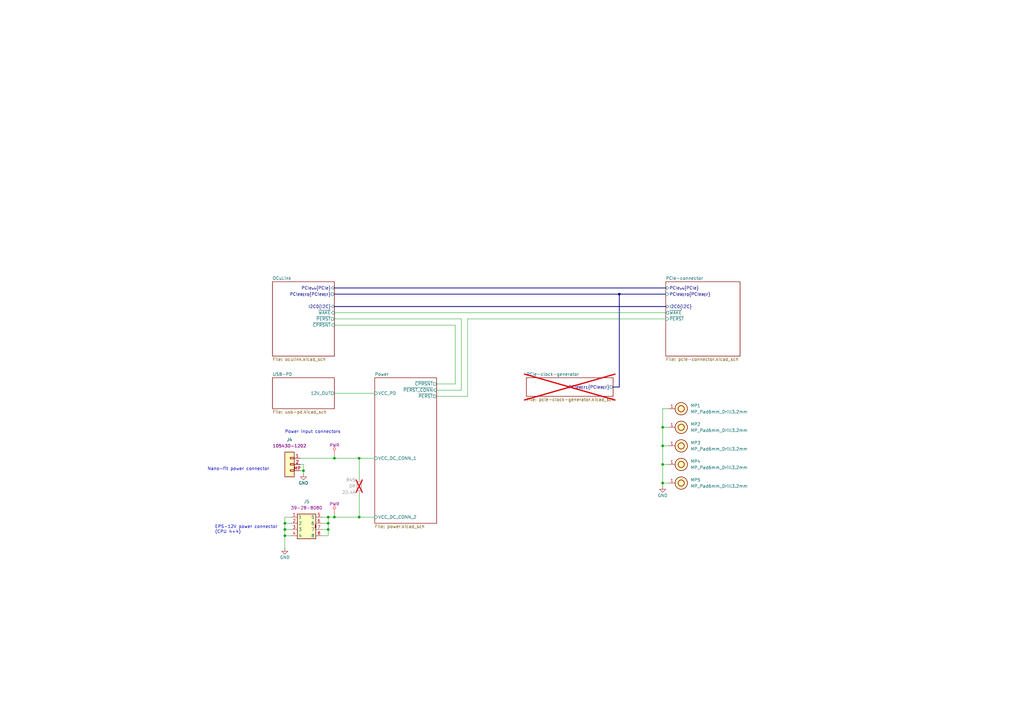
<source format=kicad_sch>
(kicad_sch (version 20250114) (generator "eeschema") (generator_version "9.0")
  (paper "A3")
  (title_block (title "OCuLink to PCIe adapter") (date "2025-06-18") (rev "1.0.0") (company "Antmicro Ltd") (comment 1 "www.antmicro.com"))
  (lib_symbols
    (symbol "antmicroMechanicalParts:MP_Pad6mm_Drill3.2mm" (pin_names (hide yes)) (in_bom no)
      (property "Reference" "MP" (at 20.32 -2.54 0))
      (property "Value" "MP_Pad6mm_Drill3.2mm" (at 20.32 -5.08 0))
      (symbol "MP_Pad6mm_Drill3.2mm_1_1"
        (circle (center 5.08 0) (radius 1.27) (stroke (width 0.254)) (fill (type background)))
        (circle (center 5.08 0) (radius 2.54) (stroke (width 0.254)) (fill (type background)))
        (pin passive line (at 0 0 0) (length 2.54) (name "~") (number "1"))
      )
    )
    (symbol "antmicroResistors0603:R_0R_22.4A_0603" (pin_numbers (hide yes)) (pin_names (hide yes))
      (property "Reference" "R" (at 15.24 -2.54 0))
      (property "Value" "R_0R_22.4A_0603" (at 15.24 -5.08 0))
      (property "Val" "0R" (at 15.24 -7.62 0))
      (property "Max. Curr." "22.4A" (at 15.24 -20.32 0))
      (symbol "R_0R_22.4A_0603_0_1"
        (rectangle (start 0.635 0.889) (end 4.445 -0.889) (stroke (width 0.254)))
      )
      (symbol "R_0R_22.4A_0603_1_1"
        (pin passive line (at 0 0 0) (length 0.635) (name "~") (number "1"))
        (pin passive line (at 5.08 0 180) (length 0.635) (name "~") (number "2"))
      )
    )
    (symbol "antmicroWire2BoardConnectors:Molex_Mini-Fit-Jr_2x4_39-28-8080"
      (property "Reference" "J" (at 26.67 -3.81 0))
      (property "MPN" "39-28-8080" (at 26.67 -6.35 0))
      (symbol "Molex_Mini-Fit-Jr_2x4_39-28-8080_1_1"
        (rectangle (start 2.54 1.27) (end 10.16 -8.89) (stroke (width 0.254)) (fill (type background)))
        (rectangle (start 2.54 -3.175) (end 2.794 -4.445) (stroke (width 0.254)) (fill (type background)))
        (pin passive line (at 0 0 0) (length 2.54) (name "5") (number "5"))
        (pin passive line (at 0 -2.54 0) (length 2.54) (name "6") (number "6"))
        (pin passive line (at 0 -5.08 0) (length 2.54) (name "7") (number "7"))
        (pin passive line (at 0 -7.62 0) (length 2.54) (name "8") (number "8"))
        (pin passive line (at 12.7 0 180) (length 2.54) (name "1") (number "1"))
        (pin passive line (at 12.7 -2.54 180) (length 2.54) (name "2") (number "2"))
        (pin passive line (at 12.7 -5.08 180) (length 2.54) (name "3") (number "3"))
        (pin passive line (at 12.7 -7.62 180) (length 2.54) (name "4") (number "4"))
      )
    )
    (symbol "antmicroWire2BoardConnectors:Molex_Nano-Fit_1x2_SMD_1054301202"
      (property "Reference" "J" (at 26.67 -2.54 0))
      (property "MPN" "105430-1202" (at 26.67 -5.08 0))
      (symbol "Molex_Nano-Fit_1x2_SMD_1054301202_1_1"
        (rectangle (start 2.54 2.54) (end 6.35 -7.62) (stroke (width 0.254)) (fill (type background)))
        (rectangle (start 2.54 -0.254) (end 4.1402 0.381) (stroke (width 0.254)) (fill (type background)))
        (rectangle (start 2.54 -2.794) (end 4.1402 -2.159) (stroke (width 0.254)) (fill (type background)))
        (rectangle (start 2.54 -5.334) (end 4.1402 -4.699) (stroke (width 0.254)) (fill (type background)))
        (pin passive line (at 0 0 0) (length 2.54) (name "~") (number "1"))
        (pin passive line (at 0 -2.54 0) (length 2.54) (name "~") (number "2"))
        (pin passive line (at 0 -5.08 0) (length 2.54) (name "~") (number "MP"))
      )
    )
    (symbol "antmicropower:GND" (power) (pin_numbers (hide yes)) (pin_names (hide yes))
      (property "Value" "GND" (at 8.89 -5.08 0))
      (symbol "GND_1_1"
        (polyline (pts (xy 0 0) (xy 0 -1.27) (xy 1.27 -1.27) (xy 0 -2.54) (xy -1.27 -1.27) (xy 0 -1.27)))
        (pin power_in line (at 0 0 270) (length 0) (name "GND") (number "1"))
      )
    )
  )
  (text "Power input connectors" (at 128.27 177.165 0) (effects (font (size 1.27 1.27))))
  (text "EPS-12V power connector\n(CPU 4+4)" (at 88.138 217.17 0) (effects (font (size 1.27 1.27)) (justify left)))
  (text "Nano-fit power connector" (at 110.49 192.405 0) (effects (font (size 1.27 1.27)) (justify right)))
  (junction (at 271.78 182.88))
  (junction (at 271.78 190.5))
  (junction (at 116.84 217.17))
  (junction (at 147.32 212.09))
  (junction (at 116.84 219.71))
  (junction (at 137.16 187.96))
  (junction (at 147.32 187.96))
  (junction (at 116.84 214.63))
  (junction (at 271.78 198.12))
  (junction (at 124.46 193.04))
  (junction (at 134.62 214.63))
  (junction (at 134.62 217.17))
  (junction (at 271.78 175.26))
  (junction (at 254 120.65))
  (junction (at 134.62 212.09))
  (junction (at 137.16 212.09))
  (wire (pts (xy 116.84 212.09) (xy 119.38 212.09)))
  (wire (pts (xy 132.08 214.63) (xy 134.62 214.63)))
  (wire (pts (xy 116.84 219.71) (xy 119.38 219.71)))
  (wire (pts (xy 132.08 212.09) (xy 134.62 212.09)))
  (wire (pts (xy 271.78 175.26) (xy 274.32 175.26)))
  (wire (pts (xy 186.69 133.35) (xy 137.16 133.35)))
  (wire (pts (xy 147.32 187.96) (xy 153.67 187.96)))
  (wire (pts (xy 147.32 187.96) (xy 147.32 196.85)))
  (bus (pts (xy 254 120.65) (xy 273.05 120.65)))
  (wire (pts (xy 137.16 130.81) (xy 189.23 130.81)))
  (wire (pts (xy 137.16 210.82) (xy 137.16 212.09)))
  (wire (pts (xy 271.78 198.12) (xy 271.78 199.39)))
  (wire (pts (xy 134.62 214.63) (xy 134.62 217.17)))
  (wire (pts (xy 179.07 162.56) (xy 191.77 162.56)))
  (wire (pts (xy 271.78 198.12) (xy 274.32 198.12)))
  (wire (pts (xy 123.19 193.04) (xy 124.46 193.04)))
  (wire (pts (xy 134.62 217.17) (xy 134.62 219.71)))
  (wire (pts (xy 124.46 193.04) (xy 124.46 194.31)))
  (wire (pts (xy 274.32 190.5) (xy 271.78 190.5)))
  (wire (pts (xy 271.78 167.64) (xy 271.78 175.26)))
  (wire (pts (xy 137.16 186.69) (xy 137.16 187.96)))
  (wire (pts (xy 116.84 214.63) (xy 116.84 217.17)))
  (wire (pts (xy 116.84 214.63) (xy 119.38 214.63)))
  (wire (pts (xy 116.84 217.17) (xy 116.84 219.71)))
  (wire (pts (xy 134.62 212.09) (xy 137.16 212.09)))
  (wire (pts (xy 191.77 162.56) (xy 191.77 130.81)))
  (wire (pts (xy 137.16 128.27) (xy 273.05 128.27)))
  (bus (pts (xy 254 158.75) (xy 254 120.65)))
  (wire (pts (xy 274.32 167.64) (xy 271.78 167.64)))
  (wire (pts (xy 271.78 175.26) (xy 271.78 182.88)))
  (wire (pts (xy 137.16 161.29) (xy 153.67 161.29)))
  (wire (pts (xy 189.23 160.02) (xy 179.07 160.02)))
  (wire (pts (xy 123.19 187.96) (xy 137.16 187.96)))
  (wire (pts (xy 134.62 212.09) (xy 134.62 214.63)))
  (wire (pts (xy 191.77 130.81) (xy 273.05 130.81)))
  (wire (pts (xy 147.32 201.93) (xy 147.32 212.09)))
  (wire (pts (xy 137.16 187.96) (xy 147.32 187.96)))
  (wire (pts (xy 271.78 182.88) (xy 274.32 182.88)))
  (wire (pts (xy 116.84 212.09) (xy 116.84 214.63)))
  (wire (pts (xy 189.23 130.81) (xy 189.23 160.02)))
  (wire (pts (xy 147.32 212.09) (xy 153.67 212.09)))
  (wire (pts (xy 271.78 182.88) (xy 271.78 190.5)))
  (wire (pts (xy 116.84 217.17) (xy 119.38 217.17)))
  (wire (pts (xy 137.16 212.09) (xy 147.32 212.09)))
  (wire (pts (xy 132.08 219.71) (xy 134.62 219.71)))
  (bus (pts (xy 137.16 125.73) (xy 273.05 125.73)))
  (wire (pts (xy 271.78 190.5) (xy 271.78 198.12)))
  (wire (pts (xy 179.07 157.48) (xy 186.69 157.48)))
  (wire (pts (xy 132.08 217.17) (xy 134.62 217.17)))
  (wire (pts (xy 124.46 190.5) (xy 124.46 193.04)))
  (bus (pts (xy 137.16 118.11) (xy 273.05 118.11)))
  (wire (pts (xy 186.69 157.48) (xy 186.69 133.35)))
  (wire (pts (xy 123.19 190.5) (xy 124.46 190.5)))
  (bus (pts (xy 251.46 158.75) (xy 254 158.75)))
  (wire (pts (xy 116.84 219.71) (xy 116.84 224.79)))
  (bus (pts (xy 137.16 120.65) (xy 254 120.65)))
  (netclass_flag "" (length 2.54) (shape round) (at 137.16 186.69 0) (property "Netclass" "PWR" (at 137.16 182.626 0)))
  (netclass_flag "" (length 2.54) (shape round) (at 137.16 210.82 0) (property "Netclass" "PWR" (at 137.16 206.756 0)))
  (symbol (lib_id "antmicroWire2BoardConnectors:Molex_Nano-Fit_1x2_SMD_1054301202") (at 123.19 187.96 0) (mirror y) (unit 1)
    (property "Reference" "J4" (at 118.745 180.34 0))
    (property "Value" "Molex_Nano-Fit_1x2_SMD_1054301202" (effects (hide yes)))
    (property "Footprint" "antmicro-footprints:Conn_Molex_Nano-Fit_1x2_SMD_1054301202" (effects (hide yes)))
    (property "Datasheet" "https://www.farnell.com/cad/3578051.pdf" (effects (hide yes)))
    (property "Description" "Pin Header, Pitch 2.5 mm, 1 Row, 2 Contacts, Nano-Fit" (effects (hide yes)))
    (property "Manufacturer" "Molex" (effects (hide yes)))
    (property "MPN" "105430-1202" (at 118.745 182.88 0))
    (property "Author" "Antmicro" (effects (hide yes)))
    (property "License" "Apache-2.0" (effects (hide yes)))
  )
  (symbol (lib_id "antmicroResistors0603:R_0R_22.4A_0603") (at 147.32 201.93 270) (mirror x) (unit 1) (in_bom no) (dnp yes)
    (property "Reference" "R45" (at 145.796 196.85 90) (effects (justify right)))
    (property "Value" "R_0R_22.4A_0603" (effects (hide yes)))
    (property "Footprint" "antmicro-footprints:R_0603_1608Metric" (effects (hide yes)))
    (property "Datasheet" "https://fscdn.rohm.com/en/products/databook/datasheet/passive/resistor/chip_resistor/pmr-jpw-e.pdf" (effects (hide yes)))
    (property "Description" "SMD Chip Resistor" (effects (hide yes)))
    (property "MPN" "PMR03EZPJ000" (effects (hide yes)))
    (property "Manufacturer" "ROHM Semiconductor" (effects (hide yes)))
    (property "Val" "0R" (at 145.796 199.39 90) (effects (justify right)))
    (property "Max. Curr." "22.4A" (at 145.796 201.93 90) (effects (justify right)))
    (property "Author" "Antmicro" (effects (hide yes)))
    (property "License" "Apache-2.0" (effects (hide yes)))
    (property "Tolerance" "template_tolerance" (effects (hide yes)))
  )
  (symbol (lib_id "antmicroMechanicalParts:MP_Pad6mm_Drill3.2mm") (at 274.32 175.26 0) (unit 1) (in_bom no)
    (property "Reference" "MP2" (at 283.21 173.99 0) (effects (justify left)))
    (property "Value" "MP_Pad6mm_Drill3.2mm" (at 283.21 176.53 0) (effects (justify left)))
    (property "Footprint" "antmicro-footprints:MP_Pad6mm_Drill3.2mm" (effects (hide yes)))
    (property "Description" "Mechanical part" (effects (hide yes)))
    (property "Author" "Antmicro" (effects (hide yes)))
    (property "License" "Apache-2.0" (effects (hide yes)))
  )
  (symbol (lib_id "antmicroMechanicalParts:MP_Pad6mm_Drill3.2mm") (at 274.32 167.64 0) (unit 1) (in_bom no)
    (property "Reference" "MP1" (at 283.21 166.37 0) (effects (justify left)))
    (property "Value" "MP_Pad6mm_Drill3.2mm" (at 283.21 168.91 0) (effects (justify left)))
    (property "Footprint" "antmicro-footprints:MP_Pad6mm_Drill3.2mm" (effects (hide yes)))
    (property "Description" "Mechanical part" (effects (hide yes)))
    (property "Author" "Antmicro" (effects (hide yes)))
    (property "License" "Apache-2.0" (effects (hide yes)))
  )
  (symbol (lib_id "antmicropower:GND") (at 116.84 224.79 0) (mirror y) (unit 1)
    (property "Reference" "#PWR083" (effects (hide yes)))
    (property "Value" "GND" (at 116.84 228.6 0))
    (property "Author" "Antmicro" (effects (hide yes)))
    (property "License" "Apache-2.0" (effects (hide yes)))
  )
  (symbol (lib_id "antmicroMechanicalParts:MP_Pad6mm_Drill3.2mm") (at 274.32 198.12 0) (unit 1) (in_bom no)
    (property "Reference" "MP5" (at 283.21 196.85 0) (effects (justify left)))
    (property "Value" "MP_Pad6mm_Drill3.2mm" (at 283.21 199.39 0) (effects (justify left)))
    (property "Footprint" "antmicro-footprints:MP_Pad6mm_Drill3.2mm" (effects (hide yes)))
    (property "Description" "Mechanical part" (effects (hide yes)))
    (property "Author" "Antmicro" (effects (hide yes)))
    (property "License" "Apache-2.0" (effects (hide yes)))
  )
  (symbol (lib_id "antmicroWire2BoardConnectors:Molex_Mini-Fit-Jr_2x4_39-28-8080") (at 132.08 212.09 0) (mirror y) (unit 1)
    (property "Reference" "J5" (at 125.73 205.74 0))
    (property "Value" "Molex_Mini-Fit-Jr_2x4_39-28-8080" (effects (hide yes)))
    (property "Footprint" "antmicro-footprints:MOLEX_39288080" (effects (hide yes)))
    (property "Datasheet" "https://www.molex.com/pdm_docs/sd/039288080_sd.pdf" (effects (hide yes)))
    (property "Description" "Pin Header, THT, Vertical, UL94V-2, Power, Wire-to-Board, 4.2 mm, 2 Rows, 8 Contacts, Mini-fit Jr, 5566 series" (effects (hide yes)))
    (property "MPN" "39-28-8080" (at 125.73 208.28 0))
    (property "Manufacturer" "Molex" (effects (hide yes)))
    (property "Author" "Antmicro" (effects (hide yes)))
    (property "License" "Apache-2.0" (effects (hide yes)))
  )
  (symbol (lib_id "antmicropower:GND") (at 124.46 194.31 0) (mirror y) (unit 1)
    (property "Reference" "#PWR057" (effects (hide yes)))
    (property "Value" "GND" (at 124.46 198.12 0))
    (property "Author" "Antmicro" (effects (hide yes)))
    (property "License" "Apache-2.0" (effects (hide yes)))
  )
  (symbol (lib_id "antmicropower:GND") (at 271.78 199.39 0) (mirror y) (unit 1)
    (property "Reference" "#PWR01" (effects (hide yes)))
    (property "Value" "GND" (at 271.78 203.2 0))
    (property "Author" "Antmicro" (effects (hide yes)))
    (property "License" "Apache-2.0" (effects (hide yes)))
  )
  (symbol (lib_id "antmicroMechanicalParts:MP_Pad6mm_Drill3.2mm") (at 274.32 182.88 0) (unit 1) (in_bom no)
    (property "Reference" "MP3" (at 283.21 181.61 0) (effects (justify left)))
    (property "Value" "MP_Pad6mm_Drill3.2mm" (at 283.21 184.15 0) (effects (justify left)))
    (property "Footprint" "antmicro-footprints:MP_Pad6mm_Drill3.2mm" (effects (hide yes)))
    (property "Description" "Mechanical part" (effects (hide yes)))
    (property "Author" "Antmicro" (effects (hide yes)))
    (property "License" "Apache-2.0" (effects (hide yes)))
  )
  (symbol (lib_id "antmicroMechanicalParts:MP_Pad6mm_Drill3.2mm") (at 274.32 190.5 0) (unit 1) (in_bom no)
    (property "Reference" "MP4" (at 283.21 189.23 0) (effects (justify left)))
    (property "Value" "MP_Pad6mm_Drill3.2mm" (at 283.21 191.77 0) (effects (justify left)))
    (property "Footprint" "antmicro-footprints:MP_Pad6mm_Drill3.2mm" (effects (hide yes)))
    (property "Description" "Mechanical part" (effects (hide yes)))
    (property "Author" "Antmicro" (effects (hide yes)))
    (property "License" "Apache-2.0" (effects (hide yes)))
  )
  (sheet (at 273.05 115.57) (size 30.48 30.48) (stroke (width 0.1524))
    (property "Sheetname" "PCIe-connector" (at 273.05 114.8584 0) (effects (justify left bottom)))
    (property "Sheetfile" "pcie-connector.kicad_sch" (at 273.05 146.6346 0) (effects (justify left top)))
    (pin "PCIe_{x4}{PCIe}" bidirectional (at 273.05 118.11 180))
    (pin "I2C0{I2C}" bidirectional (at 273.05 125.73 180))
    (pin "PCIe_{REF0}{PCIe_{REF}}" input (at 273.05 120.65 180))
    (pin "~{WAKE}" output (at 273.05 128.27 180))
    (pin "~{PERST}" input (at 273.05 130.81 180))
  )
  (sheet (at 153.67 154.94) (size 25.4 59.69) (stroke (width 0.1524))
    (property "Sheetname" "Power" (at 153.67 154.2284 0) (effects (justify left bottom)))
    (property "Sheetfile" "power.kicad_sch" (at 153.67 215.2146 0) (effects (justify left top)))
    (pin "~{CPRSNT}" output (at 179.07 157.48 0))
    (pin "VCC_PD" input (at 153.67 161.29 180))
    (pin "~{PERST_CONN}" input (at 179.07 160.02 0))
    (pin "~{PERST}" output (at 179.07 162.56 0))
    (pin "VCC_DC_CONN_1" input (at 153.67 187.96 180))
    (pin "VCC_DC_CONN_2" input (at 153.67 212.09 180))
  )
  (sheet (at 111.76 115.57) (size 25.4 30.48) (stroke (width 0.1524))
    (property "Sheetname" "OCuLink" (at 111.76 114.8584 0) (effects (justify left bottom)))
    (property "Sheetfile" "oculink.kicad_sch" (at 111.76 146.6346 0) (effects (justify left top)))
    (pin "PCIe_{x4}{PCIe}" bidirectional (at 137.16 118.11 0))
    (pin "I2C0{I2C}" bidirectional (at 137.16 125.73 0))
    (pin "PCIe_{REF0}{PCIe_{REF}}" output (at 137.16 120.65 0))
    (pin "~{WAKE}" input (at 137.16 128.27 0))
    (pin "~{CPRSNT}" input (at 137.16 133.35 0))
    (pin "~{PERST}" output (at 137.16 130.81 0))
  )
  (sheet (at 111.76 154.94) (size 25.4 12.7) (stroke (width 0.1524))
    (property "Sheetname" "USB-PD" (at 111.76 154.2284 0) (effects (justify left bottom)))
    (property "Sheetfile" "usb-pd.kicad_sch" (at 111.76 168.2246 0) (effects (justify left top)))
    (pin "12V_OUT" output (at 137.16 161.29 0))
  )
  (sheet (at 215.9 154.94) (size 35.56 7.62) (in_bom no) (dnp yes) (stroke (width 0.1524))
    (property "Sheetname" "PCIe-clock-generator" (at 215.9 154.2284 0) (effects (justify left bottom)))
    (property "Sheetfile" "pcie-clock-generator.kicad_sch" (at 215.9 163.1446 0) (effects (justify left top)))
    (pin "PCIe_{REF1}{PCIe_{REF}}" output (at 251.46 158.75 0))
  )
)
</source>
